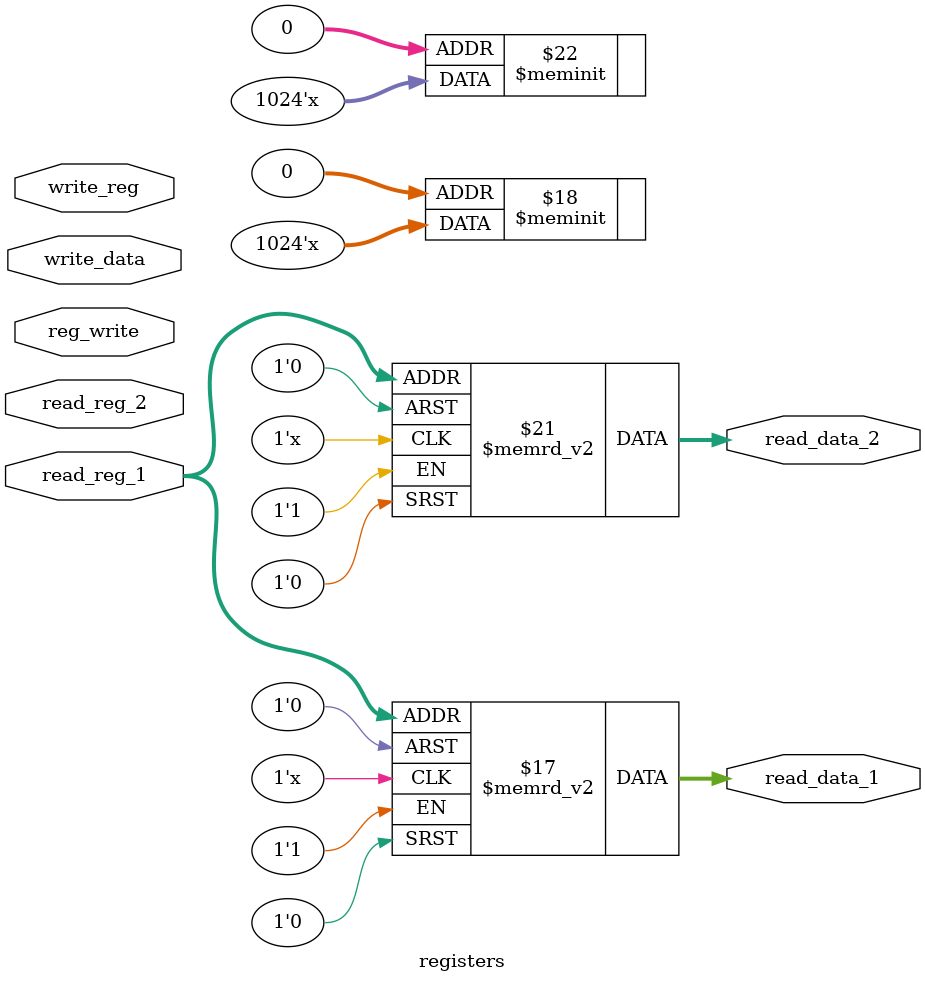
<source format=v>
module registers(input [4:0] read_reg_1,
		 input [4:0]   read_reg_2,
		 input [4:0]   write_reg,
		 input [31:0]  write_data,
		 input reg_write,
		 output reg [31:0] read_data_1,
		 output reg [31:0] read_data_2);
   reg [31:0] 			 register_file [31:0];
   always @(*) 
        begin
           read_data_1 = register_file[read_reg_1];
	   read_data_2 = register_file[read_reg_1];
	   if (reg_write)
	     register_file[write_reg] = write_data;
	end
endmodule
</source>
